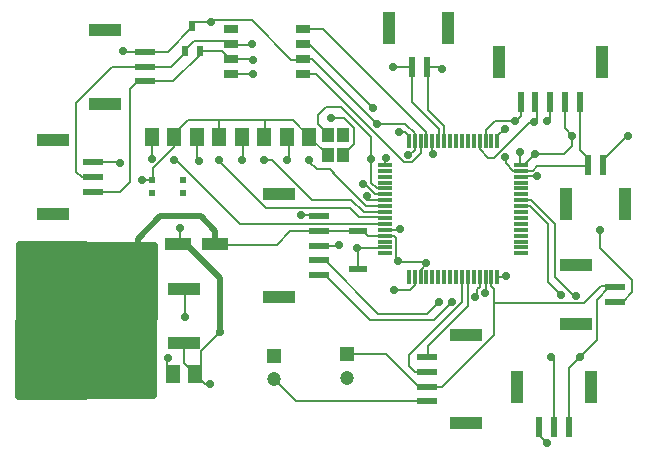
<source format=gbr>
G04 DipTrace 3.2.0.0*
G04 end_effector_Top.gbr*
%MOMM*%
G04 #@! TF.FileFunction,Copper,L1,Top*
G04 #@! TF.Part,Single*
G04 #@! TA.AperFunction,Conductor*
%ADD14C,0.2*%
%ADD15C,0.5*%
G04 #@! TA.AperFunction,CopperBalancing*
%ADD16C,0.635*%
%ADD21R,2.2X1.0*%
%ADD23R,0.5X0.85*%
%ADD24R,1.3X1.5*%
%ADD25R,1.0X2.8*%
%ADD26R,0.6X1.7*%
G04 #@! TA.AperFunction,ComponentPad*
%ADD27R,1.2X1.2*%
%ADD28C,1.2*%
%ADD29R,2.8X1.0*%
%ADD30R,1.7X0.6*%
%ADD31R,0.48X0.57*%
%ADD32R,1.5X0.55*%
%ADD35R,1.2X0.3*%
%ADD36R,0.3X1.2*%
%ADD38R,1.143X0.762*%
%ADD40R,2.75X1.0*%
%ADD41R,6.15X5.55*%
%ADD42R,1.0X1.2*%
G04 #@! TA.AperFunction,ViaPad*
%ADD43C,0.7*%
%ADD45C,1.6*%
%FSLAX35Y35*%
G04*
G71*
G90*
G75*
G01*
G04 Top*
%LPD*%
X-1273500Y3095063D2*
D14*
Y3140773D1*
X-1262700Y3151573D1*
X-1158007Y3374397D2*
X-1106043D1*
X-1069693Y3338047D1*
Y3295063D1*
X-1073500D1*
X-1968083Y4119710D2*
X-1918793D1*
X-1375380Y3576297D1*
X-2709653Y2423277D2*
Y2418510D1*
X-2192917D1*
X-2075610Y2535817D1*
X-1833047D1*
Y2542643D1*
X-1826187Y2535783D1*
X-1500840D1*
Y2538147D1*
X-1462227D1*
X-1419143Y2495063D1*
X-1273500D1*
X-1200307D1*
X-1181103Y2475860D1*
Y2283997D1*
X-1166613D1*
X-3344433Y2305117D2*
Y2127350D1*
X-3642010Y1829773D1*
Y1818017D1*
X-2709653Y2423277D2*
D15*
Y2536490D1*
X-2831350Y2658187D1*
X-3177750D1*
X-3365187Y2470750D1*
Y2305117D1*
X-3344433D1*
X-323500Y2145063D2*
D14*
X-253250D1*
X-247560Y2150753D1*
X-123500Y3095063D2*
X-95093D1*
X-1117Y3189040D1*
X248780Y3626700D2*
Y3404953D1*
X310723Y3343010D1*
Y3256590D1*
X237150Y3183017D1*
X4907D1*
X-1117Y3189040D1*
X-123500Y3095063D2*
X-128443D1*
Y3200400D1*
X-131693Y3203650D1*
X-973500Y2145063D2*
Y2206153D1*
X-914583Y2265070D1*
X-930290D1*
X-1166613Y2283997D2*
Y2270213D1*
X-935433D1*
X-930290Y2265070D1*
X-2966020Y1807557D2*
Y2040027D1*
X-2972010Y2046017D1*
X-2216303Y1277947D2*
Y1281813D1*
X-2025600Y1091110D1*
X-919437D1*
X-3308503Y3800810D2*
X-3065490D1*
X-2841273Y4025027D1*
Y4056407D1*
X-3308503Y3800810D2*
X-3367997D1*
X-3432690Y3736117D1*
Y2948570D1*
X-3515297Y2865963D1*
X-3746670D1*
X-2578950Y3992710D2*
X-2402573D1*
X-2393257Y3983393D1*
X-2841273Y4056407D2*
X-2650630D1*
X-2586933Y3992710D1*
X-2578950D1*
X-3308503Y3925810D2*
X-3087060D1*
X-2971287Y4041583D1*
Y4056407D1*
X-2578950Y4119710D2*
Y4108490D1*
X-2408660D1*
X-2399763Y4117387D1*
X-2971287Y4056407D2*
Y4064133D1*
X-2894543Y4140877D1*
X-2558793D1*
X-2578950Y4120720D1*
Y4119710D1*
X-3308503Y3925810D2*
X-3584647D1*
X-3889233Y3621223D1*
Y3038207D1*
X-3841987Y2990963D1*
X-3746670D1*
X-1968083Y4246710D2*
X-1799393D1*
X-923500Y3370817D1*
Y3295063D1*
X-1968083Y3865710D2*
X-1861953D1*
X-1114417Y3118173D1*
X-1049153D1*
X-971090Y3196237D1*
Y3292653D1*
X-973500Y3295063D1*
X157303Y876083D2*
Y1444477D1*
X135070Y1466710D1*
X215947Y1991013D2*
X103130Y2103830D1*
Y2596683D1*
X-45250Y2745063D1*
X-123500D1*
X-919437Y1341110D2*
X-1020647D1*
X-1068237Y1388700D1*
Y1485863D1*
X-619503Y1934597D1*
Y2141067D1*
X-623500Y2145063D1*
X-919437Y1466110D2*
X-907867D1*
Y1562503D1*
X-573500Y1896870D1*
Y2145063D1*
X-1968083Y3992710D2*
X-1890463D1*
X-1340360Y3442607D1*
X-3308503Y4050810D2*
X-3113947D1*
X-2906280Y4258477D1*
Y4266407D1*
X-2744817Y4303043D2*
Y4299980D1*
X-2906280D1*
Y4266407D1*
X-2744817Y4303043D2*
Y4317227D1*
X-2400177D1*
X-2068080Y3985130D1*
X-1968083D1*
Y3992710D1*
X282303Y876083D2*
Y1377187D1*
X376520Y1471403D1*
X373780Y3626700D2*
Y3221463D1*
X448787Y3146457D1*
Y3095450D1*
X445413D1*
X676480Y2061130D2*
X626293D1*
X516470Y1951307D1*
Y1611353D1*
X376520Y1471403D1*
X676480Y2061130D2*
Y2066623D1*
X553730D1*
X408900Y1921793D1*
X-350097D1*
Y2045650D1*
X-373500Y2069053D1*
Y2145063D1*
X445413Y3095450D2*
Y3081490D1*
X11643D1*
X-24783Y3045063D1*
X-123500D1*
X-190893D1*
X-251963Y3106133D1*
Y3161393D1*
X-255213D1*
X-3249583Y2968957D2*
X-3331097D1*
X-3331297Y2969157D1*
X-3059133Y3334083D2*
Y3245187D1*
X-3237223Y3067097D1*
Y2968957D1*
X-3249583D1*
X-3059133Y3334083D2*
Y3358537D1*
X-2943043Y3474627D1*
X-2678133D1*
Y3334083D1*
Y3474627D2*
X-2291583D1*
Y3334083D1*
X-2297133D1*
X-2291583Y3474627D2*
X-2056677D1*
X-1916133Y3334083D1*
X-1273500Y2545063D2*
X-1151830D1*
X-1147517Y2549377D1*
X-1984787Y2666617D2*
X-1838847D1*
X-1833047Y2660817D1*
X-1340360Y3442607D2*
X-1104997D1*
X-1023500Y3361110D1*
Y3295063D1*
X-3011887Y2556927D2*
Y2441043D1*
X-3029653Y2423277D1*
X-2972010Y1590017D2*
Y1416547D1*
X-2879420Y1323957D1*
X-2755857Y1240837D2*
X-2796300D1*
X-2879420Y1323957D1*
X-2829200D1*
Y1519907D1*
X-2669690Y1679417D1*
D15*
Y2133717D1*
X-2959250Y2423277D1*
X-3029653D1*
X-1023500Y3295063D2*
D14*
Y3223717D1*
X-1067067Y3180150D1*
X-1082510D1*
X-1194043Y2031910D2*
X-1062520D1*
X-1021150Y2073280D1*
Y2145063D1*
X-1023500D1*
X-1916133Y3334083D2*
X-1913823D1*
X-1758873Y3179133D1*
X-919437Y1216110D2*
Y1213633D1*
X-791573D1*
X-350097Y1655110D1*
Y1921793D1*
X-1593567Y1490190D2*
X-1264343D1*
X-990263Y1216110D1*
X-919437D1*
X-3308503Y4050810D2*
X-3482133D1*
X-3492660Y4061337D1*
X-3746670Y3115963D2*
X-3523970D1*
X-3518043Y3110037D1*
X-869573Y3186023D2*
X-873500Y3189950D1*
Y3295063D1*
X-922810Y3921567D2*
X-809880D1*
X-793280Y3904967D1*
X-922810Y3921567D2*
X-913530D1*
Y3562950D1*
X-770657Y3420077D1*
Y3295063D1*
X-773500D1*
X-1047810Y3921567D2*
X-1201230D1*
X-1203937Y3924273D1*
X-1047810Y3921567D2*
Y3627723D1*
X-820857Y3400770D1*
Y3295063D1*
X-823500D1*
X-1913877Y3132040D2*
Y3116157D1*
X-1853827Y3056107D1*
X-1740063D1*
X-1708420Y3024463D1*
X-1712997D1*
X-1433597Y2745063D1*
X-1273500D1*
X-2297137Y3133163D2*
X-2227423D1*
X-1894020Y2799760D1*
X-1559707D1*
X-1452470Y2692523D1*
X-1273500D1*
Y2695063D1*
X-2681517Y3133563D2*
X-2688650D1*
X-2284670Y2729583D1*
X-1570907D1*
X-1493633Y2652310D1*
X-1273500D1*
Y2645063D1*
X-3060657Y3134167D2*
X-3042613D1*
X-2503510Y2595063D1*
X-1273500D1*
X544013Y2539003D2*
Y2391310D1*
X819053Y2116270D1*
Y2017943D1*
X737240Y1936130D1*
X676480D1*
X-509930Y1976210D2*
X-493130D1*
Y2040477D1*
X-473500Y2060107D1*
Y2145063D1*
X592017Y3094237D2*
Y3156863D1*
X772230Y3337077D1*
X784933D1*
X-430350Y2008507D2*
X-423500D1*
Y2145063D1*
X-2578950Y3865710D2*
X-2399020D1*
X-2396200Y3862890D1*
X-1392703Y3143940D2*
Y2945010D1*
X-1342757Y2895063D1*
X-1273500D1*
X-1392703Y3143940D2*
Y3329437D1*
X-1646883Y3583617D1*
X-1770393D1*
X-1837677Y3516333D1*
Y3443663D1*
X-1743147Y3349133D1*
X-1758873D1*
X-1628873Y3179133D2*
X-1540503Y3267503D1*
Y3407820D1*
X-1620683Y3488000D1*
X-1728483D1*
X-1458873Y2929143D2*
X-1441997Y2912267D1*
X-1424370D1*
X-1357167Y2845063D1*
X-1273500D1*
X-2106133Y3334083D2*
X-2090763D1*
Y3149120D1*
X-2107783Y3132100D1*
X-2487133Y3334083D2*
X-2475003D1*
Y3144710D1*
X-2487613Y3132100D1*
X-2868133Y3334083D2*
Y3146633D1*
X-2852643Y3131143D1*
X-3249133Y3334083D2*
Y3141237D1*
X-3248713Y3140817D1*
X-1500840Y2210783D2*
Y2375607D1*
X-1512990Y2387757D1*
Y2392377D1*
X-1276187D1*
X-1273500Y2395063D1*
X-3069420Y1323957D2*
X-3118310D1*
Y1451043D1*
X-3113170Y1456183D1*
X32303Y876083D2*
Y806040D1*
X98360Y739983D1*
X342177Y1984977D2*
X328127D1*
X165497Y2147607D1*
Y2592227D1*
X-37340Y2795063D1*
X-123500D1*
X-1833047Y2410817D2*
X-1664680D1*
X-1660043Y2415453D1*
X-1429227Y2828887D2*
Y2796943D1*
X-1275380D1*
X-1273500Y2795063D1*
X-821050Y1934573D2*
X-817937D1*
X-918750Y1833760D1*
X-1331510D1*
X-1783567Y2285817D1*
X-1833047D1*
X-259910Y3397213D2*
Y3400937D1*
X-323500Y3337347D1*
Y3295063D1*
X-709850Y1936297D2*
X-706323D1*
X-862173Y1780447D1*
X-1400753D1*
X-1781123Y2160817D1*
X-1833047D1*
X16170Y2998293D2*
X-120270D1*
X-123500Y2995063D1*
X123780Y3626700D2*
Y3487230D1*
X99513Y3462963D1*
X-1220Y3626700D2*
X8603D1*
Y3486133D1*
X-16510Y3461020D1*
X-46417D1*
X-354507Y3152930D1*
X-401750D1*
X-473500Y3224680D1*
Y3295063D1*
X-126220Y3626700D2*
Y3510367D1*
X-168160Y3468427D1*
X-177693D1*
X-345580D1*
X-422970Y3391037D1*
Y3295593D1*
X-423500Y3295063D1*
D43*
X-930290Y2265070D3*
X-1728483Y3488000D3*
X-1512990Y2387757D3*
X-509930Y1976210D3*
X-430350Y2008507D3*
X-1082510Y3180150D3*
X-3011887Y2556927D3*
X-1660043Y2415453D3*
X-1429227Y2828887D3*
X-1166613Y2283997D3*
X-1147517Y2549377D3*
X98360Y739983D3*
X215947Y1991013D3*
X342177Y1984977D3*
X-1392703Y3143940D3*
X-1458873Y2929143D3*
X-3331297Y2969157D3*
X-709850Y1936297D3*
X16170Y2998293D3*
X-821050Y1934573D3*
X-2669690Y1679417D3*
X-2755857Y1240837D3*
X-2966020Y1807557D3*
X-3113170Y1456183D3*
X784933Y3337077D3*
X310723Y3343010D3*
X544013Y2539003D3*
X-2396200Y3862890D3*
X-2393257Y3983393D3*
X-2399763Y4117387D3*
X-1158007Y3374397D3*
X-1262700Y3151573D3*
X-247560Y2150753D3*
X-1117Y3189040D3*
X-2744817Y4303043D3*
X-1340360Y3442607D3*
X-1375380Y3576297D3*
X99513Y3462963D3*
X-16510Y3461020D3*
X-177693Y3468427D3*
X-1203937Y3924273D3*
X-793280Y3904967D3*
X-1913877Y3132040D3*
X-2107783Y3132100D3*
X-2297137Y3133163D3*
X-2487613Y3132100D3*
X-2681517Y3133563D3*
X-2852643Y3131143D3*
X-3060657Y3134167D3*
X-3248713Y3140817D3*
X376520Y1471403D3*
D45*
X-4305437Y2313027D3*
X-4289213Y2110970D3*
X-4291220Y1886287D3*
X-4301543Y1245987D3*
X-4109603Y2313023D3*
X-3914813Y2313287D3*
X-3731103Y2313023D3*
X-3540003Y2309070D3*
X-3344433Y2305117D3*
X-4105653Y2096900D3*
X-4105913Y1882590D3*
X-4100917Y1250980D3*
X-3906127Y1255197D3*
X-3717943Y1254937D3*
X-3518673Y1255197D3*
X-3332307Y1254680D3*
X-4109867Y1672613D3*
X-4291480D3*
X-4309917Y1457787D3*
X-4105393Y1466213D3*
D43*
X-259910Y3397213D3*
X-131693Y3203650D3*
X-255213Y3161393D3*
X135070Y1466710D3*
X-1984787Y2666617D3*
X-1194043Y2031910D3*
X-3492660Y4061337D3*
X-3518043Y3110037D3*
X-869573Y3186023D3*
X-4361070Y2350820D2*
D16*
X-3238093D1*
X-4361253Y2287653D2*
X-3238367D1*
X-4361527Y2224487D2*
X-3238547D1*
X-4361707Y2161320D2*
X-3238730D1*
X-4361890Y2098153D2*
X-3239003D1*
X-4362073Y2034987D2*
X-3239187D1*
X-4362347Y1971820D2*
X-3239370D1*
X-4362527Y1908653D2*
X-3239643D1*
X-4362710Y1845487D2*
X-3239823D1*
X-4362983Y1782320D2*
X-3240007D1*
X-4363167Y1719153D2*
X-3240280D1*
X-4363347Y1655987D2*
X-3240463D1*
X-4363620Y1592820D2*
X-3240643D1*
X-4363803Y1529653D2*
X-3240917D1*
X-4363987Y1466487D2*
X-3241100D1*
X-4364260Y1403320D2*
X-3241283D1*
X-4364443Y1340153D2*
X-3241557D1*
X-4364623Y1276987D2*
X-3241737D1*
X-4364897Y1213820D2*
X-3241920D1*
X-4365080Y1150653D2*
X-3242193D1*
X-3235827Y1148400D2*
X-3231567Y2409667D1*
X-4367127Y2413867D1*
X-4371460Y1139973D1*
X-3235917Y1148360D1*
D21*
X-3029653Y2423277D3*
X-2709653D3*
D23*
X-2971287Y4056407D3*
X-2841273D3*
X-2906280Y4266407D3*
D24*
X-2487133Y3334083D3*
X-2297133D3*
X-2868133D3*
X-2678133D3*
X-3249133D3*
X-3059133D3*
X-2106133D3*
X-1916133D3*
X-3069420Y1323957D3*
X-2879420D3*
D25*
X467303Y1211083D3*
X-157697D3*
D26*
X282303Y876083D3*
X157303D3*
X32303D3*
D27*
X-2216303Y1477947D3*
D28*
Y1277947D3*
D27*
X-1593567Y1490190D3*
D28*
Y1290190D3*
D25*
X-737810Y4256567D3*
X-1237810D3*
D26*
X-922810Y3921567D3*
X-1047810D3*
D25*
X558780Y3961700D3*
X-311220D3*
D26*
X248780Y3626700D3*
X123780D3*
X373780D3*
X-1220D3*
X-126220D3*
D29*
X-2168047Y2845817D3*
Y1975817D3*
D30*
X-1833047Y2535817D3*
Y2410817D3*
Y2660817D3*
Y2285817D3*
Y2160817D3*
D29*
X-3643503Y4235810D3*
Y3610810D3*
D30*
X-3308503Y4050810D3*
Y3925810D3*
Y3800810D3*
D29*
X-4081670Y3300963D3*
Y2675963D3*
D30*
X-3746670Y3115963D3*
Y2990963D3*
Y2865963D3*
D29*
X-584437Y906110D3*
Y1651110D3*
D30*
X-919437Y1091110D3*
Y1216110D3*
Y1341110D3*
Y1091110D3*
Y1466110D3*
D29*
X341480Y2246130D3*
Y1746130D3*
D30*
X676480Y2061130D3*
Y1936130D3*
D25*
X260413Y2760450D3*
X760413D3*
D26*
X445413Y3095450D3*
X570413D3*
D31*
X-2987583Y2968957D3*
X-3249583D3*
X-2987583Y2852957D3*
X-3249583D3*
D32*
X-1500840Y2210783D3*
Y2535783D3*
D35*
X-1273500Y3095063D3*
Y3045063D3*
Y2995063D3*
Y2945063D3*
Y2895063D3*
Y2845063D3*
Y2795063D3*
Y2745063D3*
Y2695063D3*
Y2645063D3*
Y2595063D3*
Y2545063D3*
Y2495063D3*
Y2445063D3*
Y2395063D3*
Y2345063D3*
D36*
X-1073500Y2145063D3*
X-1023500D3*
X-973500D3*
X-923500D3*
X-873500D3*
X-823500D3*
X-773500D3*
X-723500D3*
X-673500D3*
X-623500D3*
X-573500D3*
X-523500D3*
X-473500D3*
X-423500D3*
X-373500D3*
X-323500D3*
D35*
X-123500Y2345063D3*
Y2395063D3*
Y2445063D3*
Y2495063D3*
Y2545063D3*
Y2595063D3*
Y2645063D3*
Y2695063D3*
Y2745063D3*
Y2795063D3*
Y2845063D3*
Y2895063D3*
Y2945063D3*
Y2995063D3*
Y3045063D3*
Y3095063D3*
D36*
X-323500Y3295063D3*
X-373500D3*
X-423500D3*
X-473500D3*
X-523500D3*
X-573500D3*
X-623500D3*
X-673500D3*
X-723500D3*
X-773500D3*
X-823500D3*
X-873500D3*
X-923500D3*
X-973500D3*
X-1023500D3*
X-1073500D3*
D38*
X-1968083Y3865710D3*
Y3992710D3*
Y4119710D3*
Y4246710D3*
X-2578950D3*
Y4119710D3*
Y3992710D3*
Y3865710D3*
D40*
X-2972010Y1590017D3*
Y2046017D3*
D41*
X-3642010Y1818017D3*
D42*
X-1628873Y3349133D3*
X-1758873D3*
X-1628873Y3179133D3*
X-1758873D3*
M02*

</source>
